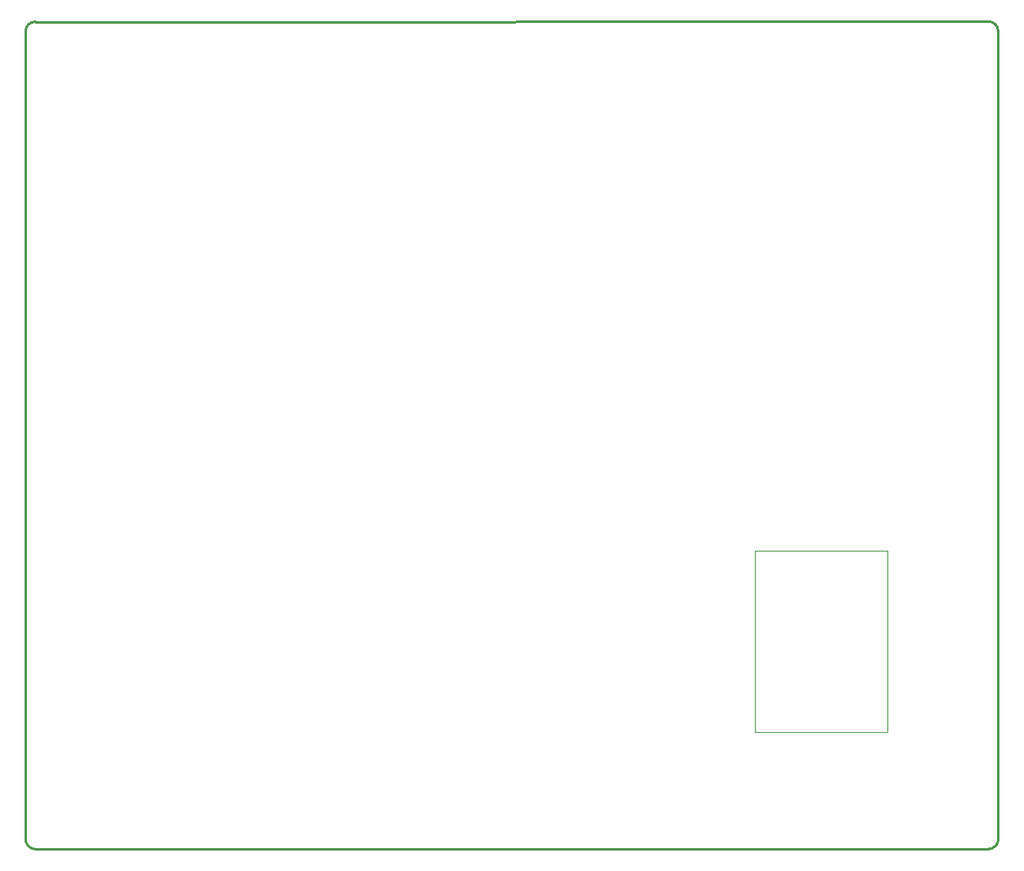
<source format=gbr>
%TF.GenerationSoftware,KiCad,Pcbnew,7.0.6*%
%TF.CreationDate,2024-05-03T22:58:32-04:00*%
%TF.ProjectId,mainbox_baclup,6d61696e-626f-4785-9f62-61636c75702e,rev?*%
%TF.SameCoordinates,Original*%
%TF.FileFunction,Profile,NP*%
%FSLAX46Y46*%
G04 Gerber Fmt 4.6, Leading zero omitted, Abs format (unit mm)*
G04 Created by KiCad (PCBNEW 7.0.6) date 2024-05-03 22:58:32*
%MOMM*%
%LPD*%
G01*
G04 APERTURE LIST*
%TA.AperFunction,Profile*%
%ADD10C,0.250000*%
%TD*%
%TA.AperFunction,Profile*%
%ADD11C,0.100000*%
%TD*%
G04 APERTURE END LIST*
D10*
X223840893Y-133239100D02*
G75*
G03*
X224840800Y-132239093I-93J1000000D01*
G01*
X125155041Y-47513900D02*
G75*
G03*
X124155200Y-48513841I59J-999900D01*
G01*
X224840800Y-132239093D02*
X224840800Y-48498159D01*
D11*
X199644000Y-102362000D02*
X213360000Y-102362000D01*
X213360000Y-121158000D01*
X199644000Y-121158000D01*
X199644000Y-102362000D01*
D10*
X124155200Y-48513841D02*
X124155200Y-132248307D01*
X223840641Y-47498159D02*
X125155041Y-47513841D01*
X224840841Y-48498159D02*
G75*
G03*
X223840641Y-47498159I-1000041J-41D01*
G01*
X125155293Y-133248307D02*
X223840893Y-133239093D01*
X124155193Y-132248307D02*
G75*
G03*
X125155293Y-133248307I1000007J7D01*
G01*
M02*

</source>
